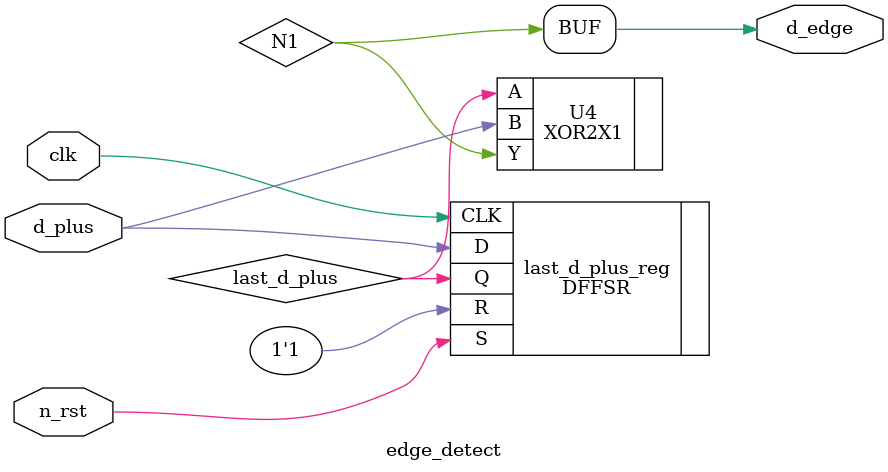
<source format=v>


module edge_detect ( clk, n_rst, d_plus, d_edge );
  input clk, n_rst, d_plus;
  output d_edge;
  wire   last_d_plus, N1;
  assign d_edge = N1;

  DFFSR last_d_plus_reg ( .D(d_plus), .CLK(clk), .R(1'b1), .S(n_rst), .Q(
        last_d_plus) );
  XOR2X1 U4 ( .A(last_d_plus), .B(d_plus), .Y(N1) );
endmodule


</source>
